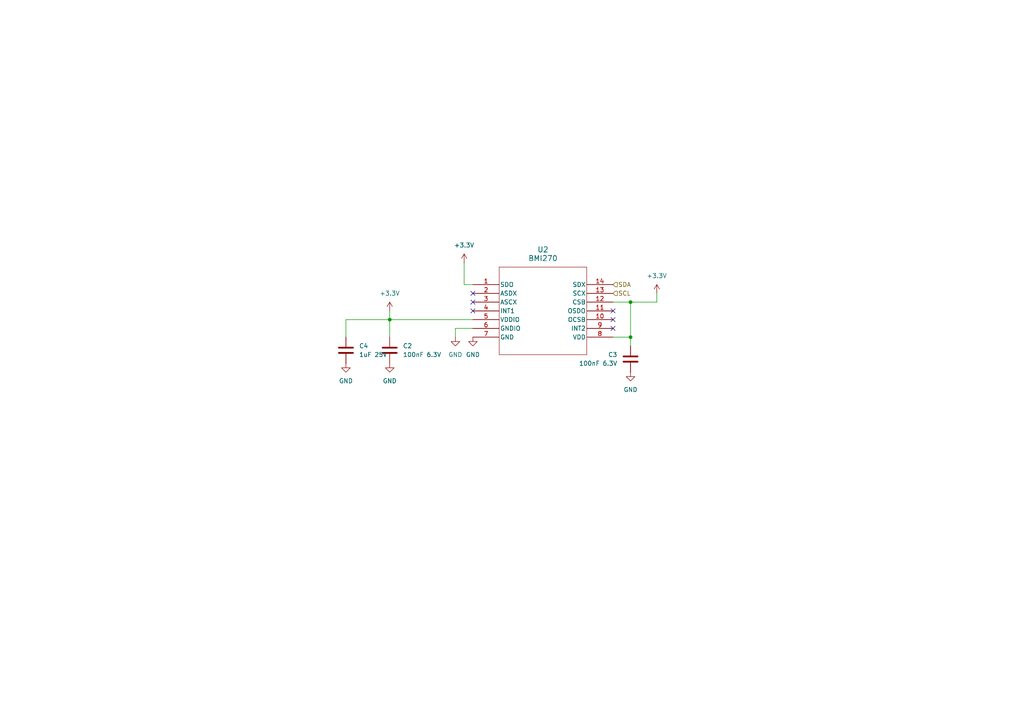
<source format=kicad_sch>
(kicad_sch (version 20231120) (generator "eeschema") (generator_version "8.0")
  (paper "A4")
  (lib_symbols
    (symbol "2024-05-01_14-00-02:BMI270" (pin_names (offset 0.254))
      (property "Reference" "U" (at 20.32 10.16 0))
      (property "Value" "BMI270" (at 20.32 7.62 0))
      (symbol "BMI270_0_1"
        (polyline (pts (xy 7.62 -20.32) (xy 33.02 -20.32)) (stroke (width 0.127)))
        (polyline (pts (xy 7.62 5.08) (xy 7.62 -20.32)) (stroke (width 0.127)))
        (polyline (pts (xy 33.02 -20.32) (xy 33.02 5.08)) (stroke (width 0.127)))
        (polyline (pts (xy 33.02 5.08) (xy 7.62 5.08)) (stroke (width 0.127)))
        (pin bidirectional line (at 0 0 0) (length 7.62) (name "SDO") (number "1"))
        (pin input line (at 40.64 -10.16 180) (length 7.62) (name "OCSB") (number "10"))
        (pin output line (at 40.64 -7.62 180) (length 7.62) (name "OSDO") (number "11"))
        (pin input line (at 40.64 -5.08 180) (length 7.62) (name "CSB") (number "12"))
        (pin input line (at 40.64 -2.54 180) (length 7.62) (name "SCX") (number "13"))
        (pin bidirectional line (at 40.64 0 180) (length 7.62) (name "SDX") (number "14"))
        (pin bidirectional line (at 0 -2.54 0) (length 7.62) (name "ASDX") (number "2"))
        (pin bidirectional line (at 0 -5.08 0) (length 7.62) (name "ASCX") (number "3"))
        (pin bidirectional line (at 0 -7.62 0) (length 7.62) (name "INT1") (number "4"))
        (pin power_in line (at 0 -10.16 0) (length 7.62) (name "VDDIO") (number "5"))
        (pin power_out line (at 0 -12.7 0) (length 7.62) (name "GNDIO") (number "6"))
        (pin power_out line (at 0 -15.24 0) (length 7.62) (name "GND") (number "7"))
        (pin power_in line (at 40.64 -15.24 180) (length 7.62) (name "VDD") (number "8"))
        (pin bidirectional line (at 40.64 -12.7 180) (length 7.62) (name "INT2") (number "9"))
      )
    )
    (symbol "Device:C" (pin_numbers hide) (pin_names (offset 0.254))
      (property "Reference" "C" (at 0.635 2.54 0))
      (property "Value" "C" (at 0.635 -2.54 0))
      (symbol "C_0_1"
        (polyline (pts (xy -2.032 -0.762) (xy 2.032 -0.762)) (stroke (width 0.508)))
        (polyline (pts (xy -2.032 0.762) (xy 2.032 0.762)) (stroke (width 0.508)))
      )
      (symbol "C_1_1"
        (pin passive line (at 0 3.81 270) (length 2.794) (name "~") (number "1"))
        (pin passive line (at 0 -3.81 90) (length 2.794) (name "~") (number "2"))
      )
    )
    (symbol "power:+3.3V" (power) (pin_numbers hide) (pin_names (offset 0) hide)
      (property "Value" "+3.3V" (at 0 3.556 0))
      (symbol "+3.3V_0_1"
        (polyline (pts (xy -0.762 1.27) (xy 0 2.54)))
        (polyline (pts (xy 0 0) (xy 0 2.54)))
        (polyline (pts (xy 0 2.54) (xy 0.762 1.27)))
      )
      (symbol "+3.3V_1_1"
        (pin power_in line (at 0 0 90) (length 0) (name "~") (number "1"))
      )
    )
    (symbol "power:GND" (power) (pin_numbers hide) (pin_names (offset 0) hide)
      (property "Value" "GND" (at 0 -3.81 0))
      (symbol "GND_0_1"
        (polyline (pts (xy 0 0) (xy 0 -1.27) (xy 1.27 -1.27) (xy 0 -2.54) (xy -1.27 -1.27) (xy 0 -1.27)))
      )
      (symbol "GND_1_1"
        (pin power_in line (at 0 0 270) (length 0) (name "~") (number "1"))
      )
    )
  )
  (junction (at 113.03 92.71))
  (junction (at 182.88 97.79))
  (junction (at 182.88 87.63))
  (no_connect (at 177.8 95.25))
  (no_connect (at 137.16 85.09))
  (no_connect (at 137.16 87.63))
  (no_connect (at 137.16 90.17))
  (no_connect (at 177.8 92.71))
  (no_connect (at 177.8 90.17))
  (wire (pts (xy 132.08 97.79) (xy 132.08 95.25)))
  (wire (pts (xy 113.03 90.17) (xy 113.03 92.71)))
  (wire (pts (xy 182.88 87.63) (xy 177.8 87.63)))
  (wire (pts (xy 182.88 97.79) (xy 177.8 97.79)))
  (wire (pts (xy 100.33 97.79) (xy 100.33 92.71)))
  (wire (pts (xy 113.03 97.79) (xy 113.03 92.71)))
  (wire (pts (xy 182.88 87.63) (xy 182.88 97.79)))
  (wire (pts (xy 132.08 95.25) (xy 137.16 95.25)))
  (wire (pts (xy 190.5 85.09) (xy 190.5 87.63)))
  (wire (pts (xy 100.33 92.71) (xy 113.03 92.71)))
  (wire (pts (xy 113.03 92.71) (xy 137.16 92.71)))
  (wire (pts (xy 134.62 76.2) (xy 134.62 82.55)))
  (wire (pts (xy 182.88 100.33) (xy 182.88 97.79)))
  (wire (pts (xy 190.5 87.63) (xy 182.88 87.63)))
  (wire (pts (xy 134.62 82.55) (xy 137.16 82.55)))
  (hierarchical_label "SDA" (shape input) (at 177.8 82.55 0))
  (hierarchical_label "SCL" (shape input) (at 177.8 85.09 0))
  (symbol (lib_id "power:GND") (at 132.08 97.79 0) (unit 1)
    (property "Reference" "#PWR06" (effects (hide yes)))
    (property "Value" "GND" (at 132.08 102.87 0))
    (property "Description" "Power symbol creates a global label with name \"GND\" , ground" (effects (hide yes)))
    (instances (project "robot-mobo" (path "" (reference "#PWR06") (unit 1))) (project "badge" (path "" (reference "#PWR063") (unit 1))))
  )
  (symbol (lib_id "power:GND") (at 100.33 105.41 0) (unit 1)
    (property "Reference" "#PWR014" (effects (hide yes)))
    (property "Value" "GND" (at 100.33 110.49 0))
    (property "Description" "Power symbol creates a global label with name \"GND\" , ground" (effects (hide yes)))
    (instances (project "robot-mobo" (path "" (reference "#PWR014") (unit 1))) (project "badge" (path "" (reference "#PWR060") (unit 1))))
  )
  (symbol (lib_id "2024-05-01_14-00-02:BMI270") (at 137.16 82.55 0) (unit 1)
    (property "Reference" "U2" (at 157.48 72.39 0) (effects (font (size 1.524 1.524))))
    (property "Value" "BMI270" (at 157.48 74.93 0) (effects (font (size 1.524 1.524))))
    (property "Footprint" "footprints:BMI270_BOS" (effects (hide yes)))
    (property "Datasheet" "BMI270" (effects (hide yes)))
    (property "LCSC" "C2836813" (effects (hide yes)))
    (instances (project "robot-mobo" (path "" (reference "U2") (unit 1))) (project "badge" (path "" (reference "U7") (unit 1))))
  )
  (symbol (lib_id "power:GND") (at 137.16 97.79 0) (unit 1)
    (property "Reference" "#PWR07" (effects (hide yes)))
    (property "Value" "GND" (at 137.16 102.87 0))
    (property "Description" "Power symbol creates a global label with name \"GND\" , ground" (effects (hide yes)))
    (instances (project "robot-mobo" (path "" (reference "#PWR07") (unit 1))) (project "badge" (path "" (reference "#PWR065") (unit 1))))
  )
  (symbol (lib_id "power:+3.3V") (at 113.03 90.17 0) (unit 1)
    (property "Reference" "#PWR011" (effects (hide yes)))
    (property "Value" "+3.3V" (at 113.03 85.09 0))
    (property "Description" "Power symbol creates a global label with name \"+3.3V\"" (effects (hide yes)))
    (instances (project "robot-mobo" (path "" (reference "#PWR011") (unit 1))) (project "badge" (path "" (reference "#PWR061") (unit 1))))
  )
  (symbol (lib_id "Device:C") (at 113.03 101.6 0) (unit 1)
    (property "Reference" "C2" (at 116.84 100.3299 0) (effects (justify left)))
    (property "Value" "100nF 6.3V" (at 116.84 102.8699 0) (effects (justify left)))
    (property "Footprint" "Capacitor_SMD:C_0402_1005Metric" (effects (hide yes)))
    (property "Description" "Unpolarized capacitor" (effects (hide yes)))
    (property "LCSC" "C1525" (effects (hide yes)))
    (instances (project "robot-mobo" (path "" (reference "C2") (unit 1))) (project "badge" (path "" (reference "C9") (unit 1))))
  )
  (symbol (lib_id "power:+3.3V") (at 190.5 85.09 0) (unit 1)
    (property "Reference" "#PWR010" (effects (hide yes)))
    (property "Value" "+3.3V" (at 190.5 80.01 0))
    (property "Description" "Power symbol creates a global label with name \"+3.3V\"" (effects (hide yes)))
    (instances (project "robot-mobo" (path "" (reference "#PWR010") (unit 1))) (project "badge" (path "" (reference "#PWR067") (unit 1))))
  )
  (symbol (lib_id "power:GND") (at 182.88 107.95 0) (mirror y) (unit 1)
    (property "Reference" "#PWR09" (effects (hide yes)))
    (property "Value" "GND" (at 182.88 113.03 0))
    (property "Description" "Power symbol creates a global label with name \"GND\" , ground" (effects (hide yes)))
    (instances (project "robot-mobo" (path "" (reference "#PWR09") (unit 1))) (project "badge" (path "" (reference "#PWR066") (unit 1))))
  )
  (symbol (lib_id "Device:C") (at 182.88 104.14 0) (mirror y) (unit 1)
    (property "Reference" "C3" (at 179.07 102.8699 0) (effects (justify left)))
    (property "Value" "100nF 6.3V" (at 179.07 105.4099 0) (effects (justify left)))
    (property "Footprint" "Capacitor_SMD:C_0402_1005Metric" (effects (hide yes)))
    (property "Description" "Unpolarized capacitor" (effects (hide yes)))
    (property "LCSC" "C1525" (effects (hide yes)))
    (instances (project "robot-mobo" (path "" (reference "C3") (unit 1))) (project "badge" (path "" (reference "C10") (unit 1))))
  )
  (symbol (lib_id "power:GND") (at 113.03 105.41 0) (unit 1)
    (property "Reference" "#PWR08" (effects (hide yes)))
    (property "Value" "GND" (at 113.03 110.49 0))
    (property "Description" "Power symbol creates a global label with name \"GND\" , ground" (effects (hide yes)))
    (instances (project "robot-mobo" (path "" (reference "#PWR08") (unit 1))) (project "badge" (path "" (reference "#PWR062") (unit 1))))
  )
  (symbol (lib_id "Device:C") (at 100.33 101.6 0) (unit 1)
    (property "Reference" "C4" (at 104.14 100.3299 0) (effects (justify left)))
    (property "Value" "1uF 25V" (at 104.14 102.8699 0) (effects (justify left)))
    (property "Footprint" "Capacitor_SMD:C_0402_1005Metric" (effects (hide yes)))
    (property "Description" "Unpolarized capacitor" (effects (hide yes)))
    (property "LCSC" "C52923" (effects (hide yes)))
    (instances (project "robot-mobo" (path "" (reference "C4") (unit 1))) (project "badge" (path "" (reference "C8") (unit 1))))
  )
  (symbol (lib_id "power:+3.3V") (at 134.62 76.2 0) (unit 1)
    (property "Reference" "#PWR013" (effects (hide yes)))
    (property "Value" "+3.3V" (at 134.62 71.12 0))
    (property "Description" "Power symbol creates a global label with name \"+3.3V\"" (effects (hide yes)))
    (instances (project "robot-mobo" (path "" (reference "#PWR013") (unit 1))) (project "badge" (path "" (reference "#PWR064") (unit 1))))
  )
)
</source>
